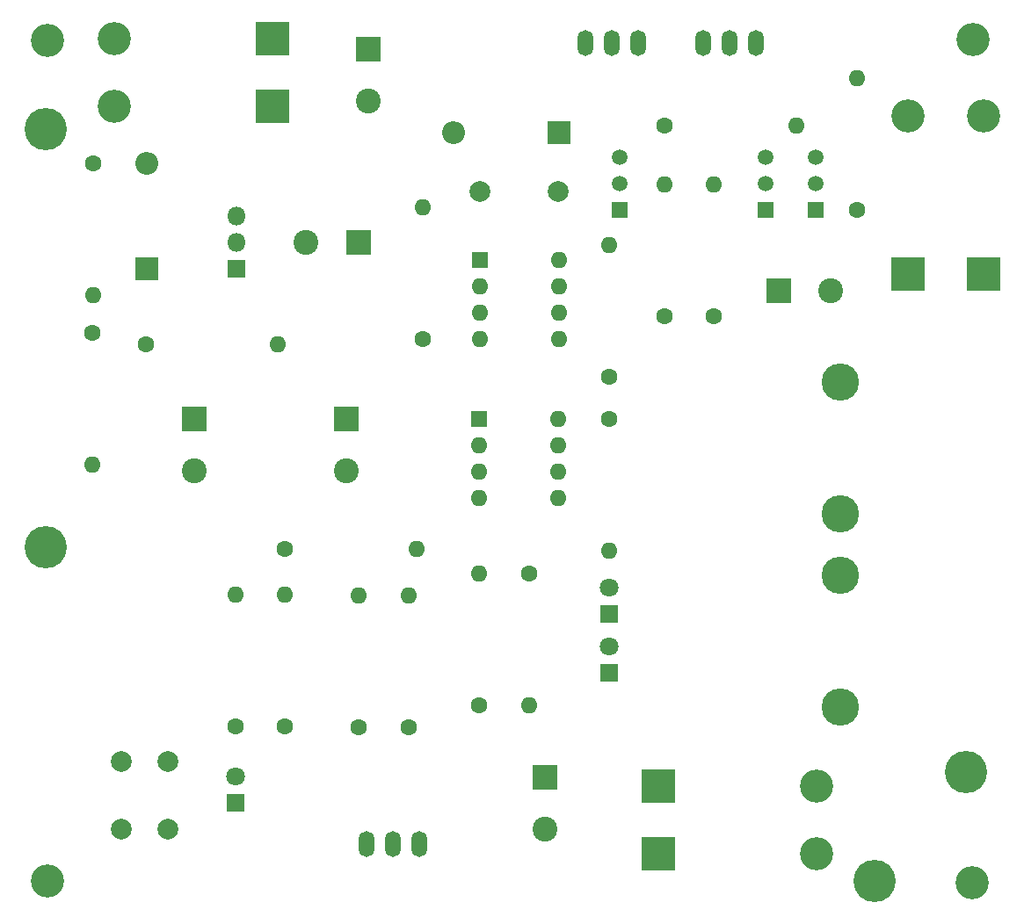
<source format=gbr>
%TF.GenerationSoftware,KiCad,Pcbnew,(5.0.0)*%
%TF.CreationDate,2018-11-02T18:15:06+09:00*%
%TF.ProjectId,ATTiny85-mppt,415454696E7938352D6D7070742E6B69,rev?*%
%TF.SameCoordinates,Original*%
%TF.FileFunction,Soldermask,Bot*%
%TF.FilePolarity,Negative*%
%FSLAX46Y46*%
G04 Gerber Fmt 4.6, Leading zero omitted, Abs format (unit mm)*
G04 Created by KiCad (PCBNEW (5.0.0)) date 11/02/18 18:15:06*
%MOMM*%
%LPD*%
G01*
G04 APERTURE LIST*
%ADD10O,2.200000X2.200000*%
%ADD11R,2.200000X2.200000*%
%ADD12C,3.200000*%
%ADD13R,2.400000X2.400000*%
%ADD14C,2.400000*%
%ADD15C,2.000000*%
%ADD16O,3.200000X3.200000*%
%ADD17R,3.200000X3.200000*%
%ADD18C,1.800000*%
%ADD19R,1.800000X1.800000*%
%ADD20C,4.064000*%
%ADD21C,3.600000*%
%ADD22O,1.501140X2.499360*%
%ADD23R,1.520000X1.520000*%
%ADD24C,1.520000*%
%ADD25C,1.600000*%
%ADD26O,1.600000X1.600000*%
%ADD27O,1.800000X1.800000*%
%ADD28R,1.600000X1.600000*%
G04 APERTURE END LIST*
D10*
X87848440Y-36642040D03*
D11*
X98008440Y-36642040D03*
D12*
X137734040Y-108930440D03*
X137815320Y-27711400D03*
X48712120Y-27726640D03*
D13*
X96611440Y-98790760D03*
D14*
X96611440Y-103790760D03*
X124131080Y-51912520D03*
D13*
X119131080Y-51912520D03*
X78633320Y-47238920D03*
D14*
X73633320Y-47238920D03*
D15*
X97873200Y-42291000D03*
X90373200Y-42291000D03*
D14*
X77464920Y-69292480D03*
D13*
X77464920Y-64292480D03*
X62814200Y-64292480D03*
D14*
X62814200Y-69292480D03*
X79603600Y-33585160D03*
D13*
X79603600Y-28585160D03*
D16*
X131612640Y-35077400D03*
D17*
X131612640Y-50317400D03*
X107579160Y-106131360D03*
D16*
X122819160Y-106131360D03*
D18*
X66812160Y-98734880D03*
D19*
X66812160Y-101274880D03*
D11*
X58252360Y-49809400D03*
D10*
X58252360Y-39649400D03*
D17*
X70337680Y-27584400D03*
D16*
X55097680Y-27584400D03*
X55097680Y-34117280D03*
D17*
X70337680Y-34117280D03*
D19*
X102768400Y-83058000D03*
D18*
X102768400Y-80518000D03*
X102768400Y-86207600D03*
D19*
X102768400Y-88747600D03*
D16*
X138831320Y-35077400D03*
D17*
X138831320Y-50317400D03*
X107579160Y-99674680D03*
D16*
X122819160Y-99674680D03*
D20*
X48549560Y-36332160D03*
X48508920Y-76621640D03*
X137154920Y-98333560D03*
X128366520Y-108788200D03*
D21*
X125105160Y-73385680D03*
X125105160Y-60685680D03*
X125105160Y-79314040D03*
X125105160Y-92014040D03*
D22*
X81955640Y-105196640D03*
X84495640Y-105196640D03*
X79415640Y-105196640D03*
X116951760Y-28056840D03*
X111871760Y-28056840D03*
X114411760Y-28056840D03*
D23*
X117861080Y-44109640D03*
D24*
X117861080Y-39029640D03*
X117861080Y-41569640D03*
X122666760Y-41569640D03*
X122666760Y-39029640D03*
D23*
X122666760Y-44109640D03*
D25*
X71531480Y-93888560D03*
D26*
X71531480Y-81188560D03*
X78673960Y-81254600D03*
D25*
X78673960Y-93954600D03*
X90297000Y-91897200D03*
D26*
X90297000Y-79197200D03*
X95138240Y-91881960D03*
D25*
X95138240Y-79181960D03*
D26*
X53075840Y-52339240D03*
D25*
X53075840Y-39639240D03*
X66812160Y-93888560D03*
D26*
X66812160Y-81188560D03*
D25*
X58211720Y-57028080D03*
D26*
X70911720Y-57028080D03*
X108153200Y-41661080D03*
D25*
X108153200Y-54361080D03*
D26*
X102829360Y-47508160D03*
D25*
X102829360Y-60208160D03*
X53045360Y-55956200D03*
D26*
X53045360Y-68656200D03*
D25*
X83520280Y-93954600D03*
D26*
X83520280Y-81254600D03*
X102768400Y-76992480D03*
D25*
X102768400Y-64292480D03*
D26*
X84231480Y-76763880D03*
D25*
X71531480Y-76763880D03*
X84815680Y-56550560D03*
D26*
X84815680Y-43850560D03*
D15*
X55793640Y-97314880D03*
X60293640Y-97314880D03*
X55793640Y-103814880D03*
X60293640Y-103814880D03*
D27*
X66868040Y-44739560D03*
X66868040Y-47279560D03*
D19*
X66868040Y-49819560D03*
D26*
X97917000Y-64292480D03*
X90297000Y-71912480D03*
X97917000Y-66832480D03*
X90297000Y-69372480D03*
X97917000Y-69372480D03*
X90297000Y-66832480D03*
X97917000Y-71912480D03*
D28*
X90297000Y-64292480D03*
X90373200Y-48935640D03*
D26*
X97993200Y-56555640D03*
X90373200Y-51475640D03*
X97993200Y-54015640D03*
X90373200Y-54015640D03*
X97993200Y-51475640D03*
X90373200Y-56555640D03*
X97993200Y-48935640D03*
D12*
X48712120Y-108757720D03*
D26*
X126654560Y-31409640D03*
D25*
X126654560Y-44109640D03*
D23*
X103799640Y-44109640D03*
D24*
X103799640Y-39029640D03*
X103799640Y-41569640D03*
D26*
X112872520Y-41661080D03*
D25*
X112872520Y-54361080D03*
D22*
X103078280Y-28056840D03*
X100538280Y-28056840D03*
X105618280Y-28056840D03*
D26*
X120853200Y-35946080D03*
D25*
X108153200Y-35946080D03*
M02*

</source>
